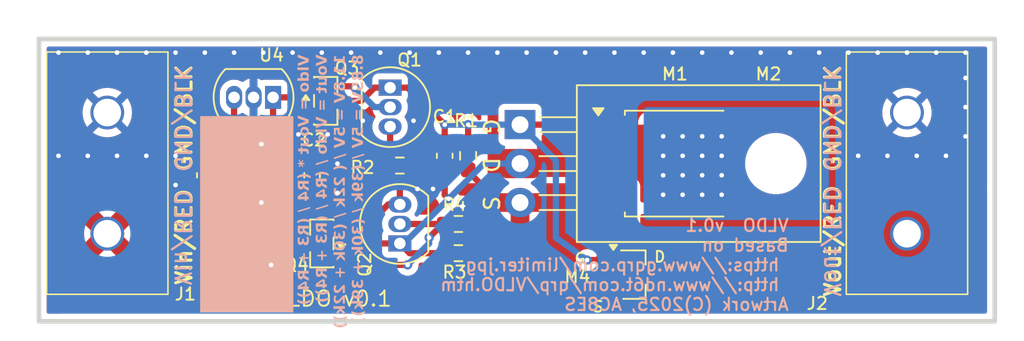
<source format=kicad_pcb>
(kicad_pcb (version 20241229) (generator "pcbnew") (generator_version "9.0")
  (title_block (title "VLDO") (date "2025-11-16") (rev "0.1") (comment 1 "Based on") (comment 2 "  https://www.gqrp.com/limiter.jpg") (comment 3 "  http://www.nd6t.com/qrp/VLDO.htm") (comment 4 "Artwork (C) 2025, AC8ES"))
  (layers (0 "F.Cu" signal) (2 "B.Cu" signal) (13 "F.Paste" user) (15 "B.Paste" user) (5 "F.SilkS" user "F.Silkscreen") (7 "B.SilkS" user "B.Silkscreen") (1 "F.Mask" user) (3 "B.Mask" user) (25 "Edge.Cuts" user))
  (net 0 "")
  (net 1 "Vldo")
  (net 2 "0")
  (net 3 "Vin")
  (net 4 "/Q12E")
  (net 5 "/Q2B")
  (net 7 "/Vout")
  (net 8 "/M1G")
  (footprint "Resistor_SMD:R_0603_1608Metric_Pad0.98x0.95mm_HandSolder" (layer "F.Cu") (at 130.81 76.835)
    (property "Reference" "R2" (at -2.430855 0.127 0) (layer "F.SilkS") (effects (font (size 0.8 0.8) (thickness 0.13))))
    (property "Value" "10k")
    (fp_line (start -0.254724 -0.5225) (end 0.254724 -0.5225) (stroke (width 0.12)) (layer "F.SilkS"))
    (fp_line (start -0.254724 0.5225) (end 0.254724 0.5225) (stroke (width 0.12)) (layer "F.SilkS"))
    (pad "1" smd roundrect (at -0.9125 0) (size 0.975 0.95) (layers "F.Cu" "F.Mask" "F.Paste") (net 4 "/Q12E"))
    (pad "2" smd roundrect (at 0.9125 0) (size 0.975 0.95) (layers "F.Cu" "F.Mask" "F.Paste") (net 2 "0"))
  )
  (footprint "PowerPole:Anderson_Powerpole-25A-V_Dual" (layer "F.Cu") (at 111.76 81.28 90)
    (property "Reference" "J1" (at -3.937 5.08 180) (layer "F.SilkS") (effects (font (size 0.8 0.8) (thickness 0.13))))
    (property "Value" "PP15" (hide yes))
    (fp_line (start 11.85 -3.95) (end -3.95 -3.95) (stroke (width 0.1)) (layer "F.SilkS"))
    (fp_line (start -3.95 -3.95) (end -3.95 3.95) (stroke (width 0.1)) (layer "F.SilkS"))
    (fp_line (start 11.85 3.95) (end 11.85 -3.95) (stroke (width 0.1)) (layer "F.SilkS"))
    (fp_line (start -3.95 3.95) (end 11.85 3.95) (stroke (width 0.1)) (layer "F.SilkS"))
    (pad "1" thru_hole circle (at 0 0 90) (size 2.2 2.2) (drill 1.8) (layers "*.Cu" "*.Mask") (net 3 "Vin"))
    (pad "2" thru_hole circle (at 7.9 0 90) (size 2.2 2.2) (drill 1.8) (layers "*.Cu" "*.Mask") (net 2 "0"))
  )
  (footprint "Package_TO_SOT_THT:TO-220-3_Horizontal_TabDown" (layer "F.Cu") (at 138.634746 74.168 -90)
    (property "Reference" "M2" (at -3.302 -16.178254 180) (layer "F.SilkS") (effects (font (size 0.8 0.8) (thickness 0.13))))
    (property "Value" "IRF4905" (hide yes))
    (fp_line (start -2.57 -3.7) (end 7.65 -3.7) (stroke (width 0.12)) (layer "F.SilkS"))
    (fp_line (start -2.57 -3.7) (end -2.57 -19.57) (stroke (width 0.12)) (layer "F.SilkS"))
    (fp_line (start -0.485 -3.7) (end -0.485 -1.26) (stroke (width 0.12)) (layer "F.SilkS"))
    (fp_line (start 0.485 -3.7) (end 0.485 -1.26) (stroke (width 0.12)) (layer "F.SilkS"))
    (fp_line (start 2.055 -3.7) (end 2.055 -1.26) (stroke (width 0.12)) (layer "F.SilkS"))
    (fp_line (start 3.025 -3.7) (end 3.025 -1.26) (stroke (width 0.12)) (layer "F.SilkS"))
    (fp_line (start 4.595 -3.7) (end 4.595 -1.26) (stroke (width 0.12)) (layer "F.SilkS"))
    (fp_line (start 5.565 -3.7) (end 5.565 -1.26) (stroke (width 0.12)) (layer "F.SilkS"))
    (fp_line (start 7.65 -3.7) (end 7.65 -19.57) (stroke (width 0.12)) (layer "F.SilkS"))
    (fp_line (start -2.57 -19.57) (end 7.65 -19.57) (stroke (width 0.12)) (layer "F.SilkS"))
    (pad "" np_thru_hole circle (at 2.54 -16.66 270) (size 3.5 3.5) (drill 3.5) (layers "*.Cu" "*.Mask"))
    (pad "1" thru_hole rect (at 0 0 270) (size 1.905 2) (drill 1.1) (layers "*.Cu" "*.Mask") (net 8 "/M1G"))
    (pad "2" thru_hole oval (at 2.54 0 270) (size 1.905 2) (drill 1.1) (layers "*.Cu" "*.Mask") (net 7 "/Vout"))
    (pad "3" thru_hole oval (at 5.08 0 270) (size 1.905 2) (drill 1.1) (layers "*.Cu" "*.Mask") (net 3 "Vin"))
  )
  (footprint "ac8es:SOT-23_MOSFET_GSD_Handsoldering" (layer "F.Cu") (at 146.05 83.947)
    (property "Reference" "M4" (at -3.683 0.127 0) (layer "F.SilkS") (effects (font (size 0.8 0.8) (thickness 0.13))))
    (property "Value" "SI2301")
    (fp_line (start -0.04 -1.58) (end -0.84 -1.58) (stroke (width 0.12)) (layer "F.SilkS"))
    (fp_line (start -0.04 -1.58) (end 0.76 -1.58) (stroke (width 0.12)) (layer "F.SilkS"))
    (fp_line (start 0.76 -1.58) (end 0.76 -0.65) (stroke (width 0.12)) (layer "F.SilkS"))
    (fp_line (start 0.76 1.58) (end -0.7 1.58) (stroke (width 0.12)) (layer "F.SilkS"))
    (fp_line (start 0.76 1.58) (end 0.76 0.65) (stroke (width 0.12)) (layer "F.SilkS"))
    (fp_poly (pts (xy -1.34 -1.61) (xy -1.58 -1.94) (xy -1.1 -1.94) (xy -1.34 -1.61)) (stroke (width 0.12)) (fill yes) (layer "F.SilkS"))
    (fp_text user "G" (at -3.937 -0.635 0) (layer "F.SilkS") (effects (font (size 0.7 0.7) (thickness 0.13) (bold yes)) (justify left bottom)))
    (fp_text user "D" (at 1.25 -0.75 0) (layer "F.SilkS") (effects (font (size 0.7 0.7) (thickness 0.13) (bold yes)) (justify left bottom)))
    (fp_text user "S" (at -2.75 2.5 0) (layer "F.SilkS") (effects (font (size 0.7 0.7) (thickness 0.13) (bold yes)) (justify left bottom)))
    (pad "1" smd roundrect (at -1.5 -0.95) (size 1.9 0.8) (layers "F.Cu" "F.Mask" "F.Paste") (net 8 "/M1G"))
    (pad "2" smd roundrect (at -1.5 0.95) (size 1.9 0.8) (layers "F.Cu" "F.Mask" "F.Paste") (net 3 "Vin"))
    (pad "3" smd roundrect (at 1.5 0) (size 1.9 0.8) (layers "F.Cu" "F.Mask" "F.Paste") (net 7 "/Vout"))
  )
  (footprint "Resistor_SMD:R_0603_1608Metric_Pad0.98x0.95mm_HandSolder" (layer "F.Cu") (at 135.255 76.2 90)
    (property "Reference" "R1" (at 2.286 -0.127 180) (layer "F.SilkS") (effects (font (size 0.8 0.8) (thickness 0.13))))
    (property "Value" "100k")
    (fp_line (start -0.254724 -0.5225) (end 0.254724 -0.5225) (stroke (width 0.12)) (layer "F.SilkS"))
    (fp_line (start -0.254724 0.5225) (end 0.254724 0.5225) (stroke (width 0.12)) (layer "F.SilkS"))
    (pad "1" smd roundrect (at -0.9125 0 90) (size 0.975 0.95) (layers "F.Cu" "F.Mask" "F.Paste") (net 3 "Vin"))
    (pad "2" smd roundrect (at 0.9125 0 90) (size 0.975 0.95) (layers "F.Cu" "F.Mask" "F.Paste") (net 8 "/M1G"))
  )
  (footprint "Resistor_SMD:R_0603_1608Metric_Pad0.98x0.95mm_HandSolder" (layer "F.Cu") (at 134.62 80.645)
    (property "Reference" "R4" (at -0.254 -1.270005 0) (layer "F.SilkS") (effects (font (size 0.8 0.8) (thickness 0.13))))
    (property "Value" "22k")
    (fp_line (start -0.254724 -0.5225) (end 0.254724 -0.5225) (stroke (width 0.12)) (layer "F.SilkS"))
    (fp_line (start -0.254724 0.5225) (end 0.254724 0.5225) (stroke (width 0.12)) (layer "F.SilkS"))
    (pad "1" smd roundrect (at -0.9125 0) (size 0.975 0.95) (layers "F.Cu" "F.Mask" "F.Paste") (net 5 "/Q2B"))
    (pad "2" smd roundrect (at 0.9125 0) (size 0.975 0.95) (layers "F.Cu" "F.Mask" "F.Paste") (net 2 "0"))
  )
  (footprint "PowerPole:Anderson_Powerpole-25A-V_Dual" (layer "F.Cu") (at 163.83 81.28 90)
    (property "Reference" "J2" (at -4.546 -5.842 180) (layer "F.SilkS") (effects (font (size 0.8 0.8) (thickness 0.13))))
    (property "Value" "PP15" (hide yes))
    (fp_line (start 11.85 -3.95) (end -3.95 -3.95) (stroke (width 0.1)) (layer "F.SilkS"))
    (fp_line (start -3.95 -3.95) (end -3.95 3.95) (stroke (width 0.1)) (layer "F.SilkS"))
    (fp_line (start 11.85 3.95) (end 11.85 -3.95) (stroke (width 0.1)) (layer "F.SilkS"))
    (fp_line (start -3.95 3.95) (end 11.85 3.95) (stroke (width 0.1)) (layer "F.SilkS"))
    (pad "1" thru_hole circle (at 0 0 90) (size 2.2 2.2) (drill 1.8) (layers "*.Cu" "*.Mask") (net 7 "/Vout"))
    (pad "2" thru_hole circle (at 7.9 0 90) (size 2.2 2.2) (drill 1.8) (layers "*.Cu" "*.Mask") (net 2 "0"))
  )
  (footprint "Package_TO_SOT_SMD:TO-252-3_TabPin2" (layer "F.Cu") (at 148.77202 76.708)
    (property "Reference" "M1" (at -0.05502 -5.842 0) (layer "F.SilkS") (effects (font (size 0.8 0.8) (thickness 0.13))))
    (property "Value" "IRF4905")
    (fp_line (start -3.31 -3.45) (end -3.31 -3.18) (stroke (width 0.12)) (layer "F.SilkS"))
    (fp_line (start -3.31 3.45) (end -3.31 3.18) (stroke (width 0.12)) (layer "F.SilkS"))
    (fp_line (start 3.11 -3.45) (end -3.31 -3.45) (stroke (width 0.12)) (layer "F.SilkS"))
    (fp_line (start 3.11 3.45) (end -3.31 3.45) (stroke (width 0.12)) (layer "F.SilkS"))
    (fp_poly (pts (xy -5.04 -3.14) (xy -5.38 -3.61) (xy -4.7 -3.61)) (stroke (width 0.12)) (fill yes) (layer "F.SilkS"))
    (pad "1" smd roundrect (at -5.04 -2.28) (size 2.2 1.2) (layers "F.Cu" "F.Mask" "F.Paste") (roundrect_rratio 0.208333) (net 8 "/M1G"))
    (pad "2" smd roundrect (at -5.04 0) (size 2.2 1.2) (layers "F.Cu" "F.Mask" "F.Paste") (roundrect_rratio 0.208333) (net 7 "/Vout"))
    (pad "2" smd roundrect (at 1.26 0) (size 6.4 5.8) (layers "F.Cu" "F.Mask") (roundrect_rratio 0.043103) (net 7 "/Vout"))
    (pad "3" smd roundrect (at -5.04 2.28) (size 2.2 1.2) (layers "F.Cu" "F.Mask" "F.Paste") (roundrect_rratio 0.208333) (net 3 "Vin"))
  )
  (footprint "Package_TO_SOT_SMD:SOT-23-5" (layer "F.Cu") (at 121.92 77.47)
    (property "Reference" "U1" (at -2.54 -2.032 0) (layer "F.SilkS") (effects (font (size 0.8 0.8) (thickness 0.13))))
    (property "Value" "TPS7A0508PDBV" (hide yes))
    (fp_line (start -0.91 -1.56) (end 0.91 -1.56) (stroke (width 0.12)) (layer "F.SilkS"))
    (fp_line (start -0.91 -1.51) (end -0.91 -1.56) (stroke (width 0.12)) (layer "F.SilkS"))
    (fp_line (start -0.91 1.56) (end -0.91 1.51) (stroke (width 0.12)) (layer "F.SilkS"))
    (fp_line (start 0.91 -1.56) (end 0.91 -1.51) (stroke (width 0.12)) (layer "F.SilkS"))
    (fp_line (start 0.91 -0.39) (end 0.91 0.39) (stroke (width 0.12)) (layer "F.SilkS"))
    (fp_line (start 0.91 1.51) (end 0.91 1.56) (stroke (width 0.12)) (layer "F.SilkS"))
    (fp_line (start 0.91 1.56) (end -0.91 1.56) (stroke (width 0.12)) (layer "F.SilkS"))
    (fp_poly (pts (xy -1.45 -1.51) (xy -1.69 -1.84) (xy -1.21 -1.84)) (stroke (width 0.12)) (fill yes) (layer "F.SilkS"))
    (pad "1" smd roundrect (at -1.1375 -0.95) (size 1.325 0.6) (layers "F.Cu" "F.Mask" "F.Paste") (net 3 "Vin"))
    (pad "2" smd roundrect (at -1.1375 0) (size 1.325 0.6) (layers "F.Cu" "F.Mask" "F.Paste") (net 2 "0"))
    (pad "3" smd roundrect (at -1.1375 0.95) (size 1.325 0.6) (layers "F.Cu" "F.Mask" "F.Paste") (net 3 "Vin"))
    (pad "4" smd roundrect (at 1.1375 0.95) (size 1.325 0.6) (layers "F.Cu" "F.Mask" "F.Paste"))
    (pad "5" smd roundrect (at 1.1375 -0.95) (size 1.325 0.6) (layers "F.Cu" "F.Mask" "F.Paste") (net 1 "Vldo"))
  )
  (footprint "Capacitor_SMD:C_0603_1608Metric_Pad1.08x0.95mm_HandSolder" (layer "F.Cu") (at 133.731 76.2 90)
    (property "Reference" "C1" (at 2.561905 0 180) (layer "F.SilkS") (effects (font (size 0.8 0.8) (thickness 0.13))))
    (property "Value" "1µ" (hide yes))
    (fp_line (start -0.146267 -0.51) (end 0.146267 -0.51) (stroke (width 0.12)) (layer "F.SilkS"))
    (fp_line (start -0.146267 0.51) (end 0.146267 0.51) (stroke (width 0.12)) (layer "F.SilkS"))
    (pad "1" smd roundrect (at -0.8625 0 90) (size 1.075 0.95) (layers "F.Cu" "F.Mask" "F.Paste") (net 7 "/Vout"))
    (pad "2" smd roundrect (at 0.8625 0 90) (size 1.075 0.95) (layers "F.Cu" "F.Mask" "F.Paste") (net 8 "/M1G"))
  )
  (footprint "Package_TO_SOT_THT:TO-92_Inline" (layer "F.Cu") (at 122.555 72.39 180)
    (property "Reference" "U4" (at 0.1009 2.749615 0) (layer "F.SilkS") (effects (font (size 0.8 0.8) (thickness 0.13))))
    (property "Value" "MC78L05_TO92" (hide yes))
    (fp_line (start -0.53 1.85) (end 3.07 1.85) (stroke (width 0.12)) (layer "F.SilkS"))
    (fp_arc (start 1.27 -2.6) (mid 3.672087 -0.994977) (end 3.108478 1.838478) (stroke (width 0.12)) (layer "F.SilkS"))
    (fp_arc (start -0.568478 1.838478) (mid -1.132087 -0.994977) (end 1.27 -2.6) (stroke (width 0.12)) (layer "F.SilkS"))
    (pad "1" thru_hole rect (at 0 0 180) (size 1.05 1.5) (drill 0.75) (layers "*.Cu" "*.Mask") (net 1 "Vldo"))
    (pad "2" thru_hole oval (at 1.27 0 180) (size 1.05 1.5) (drill 0.75) (layers "*.Cu" "*.Mask") (net 2 "0"))
    (pad "3" thru_hole oval (at 2.54 0 180) (size 1.05 1.5) (drill 0.75) (layers "*.Cu" "*.Mask") (net 3 "Vin"))
  )
  (footprint "Package_TO_SOT_SMD:SOT-23" (layer "F.Cu") (at 121.285 81.28 180)
    (property "Reference" "U3" (at 1.905 -1.379488 0) (layer "F.SilkS") (effects (font (size 0.8 0.8) (thickness 0.13))))
    (property "Value" "MCP1703Ax-500xxTT" (hide yes))
    (fp_line (start 0.76 1.56) (end -0.76 1.56) (stroke (width 0.12)) (layer "F.SilkS"))
    (fp_line (start 0.76 0.56) (end 0.76 1.56) (stroke (width 0.12)) (layer "F.SilkS"))
    (fp_line (start 0.76 -1.56) (end 0.76 -0.56) (stroke (width 0.12)) (layer "F.SilkS"))
    (fp_line (start -0.76 1.56) (end -0.76 1.51) (stroke (width 0.12)) (layer "F.SilkS"))
    (fp_line (start -0.76 0.39) (end -0.76 -0.39) (stroke (width 0.12)) (layer "F.SilkS"))
    (fp_line (start -0.76 -1.51) (end -0.76 -1.56) (stroke (width 0.12)) (layer "F.SilkS"))
    (fp_line (start -0.76 -1.56) (end 0.76 -1.56) (stroke (width 0.12)) (layer "F.SilkS"))
    (fp_poly (pts (xy -1.3 -0.38) (xy -1.06 -0.05) (xy -1.54 -0.05)) (stroke (width 0.12)) (fill yes) (layer "F.SilkS"))
    (pad "1" smd roundrect (at -0.9375 -0.95 180) (size 1.475 0.6) (layers "F.Cu" "F.Mask" "F.Paste") (net 2 "0"))
    (pad "2" smd roundrect (at -0.9375 0.95 180) (size 1.475 0.6) (layers "F.Cu" "F.Mask" "F.Paste") (net 1 "Vldo"))
    (pad "3" smd roundrect (at 0.9375 0 180) (size 1.475 0.6) (layers "F.Cu" "F.Mask" "F.Paste") (net 3 "Vin"))
  )
  (footprint "Package_TO_SOT_SMD:SOT-23" (layer "F.Cu") (at 125.73 81.915 180)
    (property "Reference" "Q4" (at 1.651 -1.37511 0) (layer "F.SilkS") (effects (font (size 0.8 0.8) (thickness 0.13))))
    (property "Value" "MMBT2222A" (hide yes))
    (fp_line (start 0.76 1.56) (end -0.76 1.56) (stroke (width 0.12)) (layer "F.SilkS"))
    (fp_line (start 0.76 0.56) (end 0.76 1.56) (stroke (width 0.12)) (layer "F.SilkS"))
    (fp_line (start 0.76 -1.56) (end 0.76 -0.56) (stroke (width 0.12)) (layer "F.SilkS"))
    (fp_line (start -0.76 1.56) (end -0.76 1.51) (stroke (width 0.12)) (layer "F.SilkS"))
    (fp_line (start -0.76 0.39) (end -0.76 -0.39) (stroke (width 0.12)) (layer "F.SilkS"))
    (fp_line (start -0.76 -1.51) (end -0.76 -1.56) (stroke (width 0.12)) (layer "F.SilkS"))
    (fp_line (start -0.76 -1.56) (end 0.76 -1.56) (stroke (width 0.12)) (layer "F.SilkS"))
    (fp_poly (pts (xy -1.3 -0.38) (xy -1.06 -0.05) (xy -1.54 -0.05)) (stroke (width 0.12)) (fill yes) (layer "F.SilkS"))
    (pad "1" smd roundrect (at -0.9375 -0.95 180) (size 1.475 0.6) (layers "F.Cu" "F.Mask" "F.Paste") (net 5 "/Q2B"))
    (pad "2" smd roundrect (at -0.9375 0.95 180) (size 1.475 0.6) (layers "F.Cu" "F.Mask" "F.Paste") (net 4 "/Q12E"))
    (pad "3" smd roundrect (at 0.9375 0 180) (size 1.475 0.6) (layers "F.Cu" "F.Mask" "F.Paste") (net 7 "/Vout"))
  )
  (footprint "Package_TO_SOT_THT:TO-92_Inline" (layer "F.Cu") (at 130.175 71.755 -90)
    (property "Reference" "Q1" (at -1.799908 -1.27 180) (layer "F.SilkS") (effects (font (size 0.8 0.8) (thickness 0.13))))
    (property "Value" "2N2222" (hide yes))
    (fp_line (start -0.53 1.85) (end 3.07 1.85) (stroke (width 0.12)) (layer "F.SilkS"))
    (fp_arc (start -0.568478 1.838478) (mid -1.132087 -0.994977) (end 1.27 -2.6) (stroke (width 0.12)) (layer "F.SilkS"))
    (fp_arc (start 1.27 -2.6) (mid 3.672087 -0.994977) (end 3.108478 1.838478) (stroke (width 0.12)) (layer "F.SilkS"))
    (pad "1" thru_hole rect (at 0 0 270) (size 1.05 1.5) (drill 0.75) (layers "*.Cu" "*.Mask") (net 8 "/M1G"))
    (pad "2" thru_hole oval (at 1.27 0 270) (size 1.05 1.5) (drill 0.75) (layers "*.Cu" "*.Mask") (net 1 "Vldo"))
    (pad "3" thru_hole oval (at 2.54 0 270) (size 1.05 1.5) (drill 0.75) (layers "*.Cu" "*.Mask") (net 4 "/Q12E"))
  )
  (footprint "Capacitor_SMD:C_0603_1608Metric_Pad1.08x0.95mm_HandSolder" (layer "F.Cu") (at 118.11 77.47 -90)
    (property "Reference" "C3" (at 2.040774 -1.27 0) (layer "F.SilkS") (effects (font (size 0.8 0.8) (thickness 0.13))))
    (property "Value" "0.1µ" (hide yes))
    (fp_line (start -0.146267 0.51) (end 0.146267 0.51) (stroke (width 0.12)) (layer "F.SilkS"))
    (fp_line (start -0.146267 -0.51) (end 0.146267 -0.51) (stroke (width 0.12)) (layer "F.SilkS"))
    (pad "1" smd roundrect (at -0.8625 0 270) (size 1.075 0.95) (layers "F.Cu" "F.Mask" "F.Paste") (net 3 "Vin"))
    (pad "2" smd roundrect (at 0.8625 0 270) (size 1.075 0.95) (layers "F.Cu" "F.Mask" "F.Paste") (net 2 "0"))
  )
  (footprint "Capacitor_SMD:C_0603_1608Metric_Pad1.08x0.95mm_HandSolder" (layer "F.Cu") (at 125.095 77.47 90)
    (property "Reference" "C2" (at 2.299147 0.127 0) (layer "F.SilkS") (effects (font (size 0.8 0.8) (thickness 0.13))))
    (property "Value" "0.1" (hide yes))
    (fp_line (start -0.146267 -0.51) (end 0.146267 -0.51) (stroke (width 0.12)) (layer "F.SilkS"))
    (fp_line (start -0.146267 0.51) (end 0.146267 0.51) (stroke (width 0.12)) (layer "F.SilkS"))
    (pad "1" smd roundrect (at -0.8625 0 90) (size 1.075 0.95) (layers "F.Cu" "F.Mask" "F.Paste") (net 1 "Vldo"))
    (pad "2" smd roundrect (at 0.8625 0 90) (size 1.075 0.95) (layers "F.Cu" "F.Mask" "F.Paste") (net 2 "0"))
  )
  (footprint "Package_TO_SOT_SMD:SOT-23" (layer "F.Cu") (at 125.984 72.617714)
    (property "Reference" "Q3" (at 1.384416 -2.132714 0) (layer "F.SilkS") (effects (font (size 0.8 0.8) (thickness 0.13))))
    (property "Value" "MMBT2222A" (hide yes))
    (fp_line (start -0.76 -1.56) (end 0.76 -1.56) (stroke (width 0.12)) (layer "F.SilkS"))
    (fp_line (start -0.76 -1.51) (end -0.76 -1.56) (stroke (width 0.12)) (layer "F.SilkS"))
    (fp_line (start -0.76 0.39) (end -0.76 -0.39) (stroke (width 0.12)) (layer "F.SilkS"))
    (fp_line (start -0.76 1.56) (end -0.76 1.51) (stroke (width 0.12)) (layer "F.SilkS"))
    (fp_line (start 0.76 -1.56) (end 0.76 -0.56) (stroke (width 0.12)) (layer "F.SilkS"))
    (fp_line (start 0.76 0.56) (end 0.76 1.56) (stroke (width 0.12)) (layer "F.SilkS"))
    (fp_line (start 0.76 1.56) (end -0.76 1.56) (stroke (width 0.12)) (layer "F.SilkS"))
    (fp_poly (pts (xy -1.3 -0.38) (xy -1.06 -0.05) (xy -1.54 -0.05)) (stroke (width 0.12)) (fill yes) (layer "F.SilkS"))
    (pad "1" smd roundrect (at -0.9375 -0.95) (size 1.475 0.6) (layers "F.Cu" "F.Mask" "F.Paste") (net 1 "Vldo"))
    (pad "2" smd roundrect (at -0.9375 0.95) (size 1.475 0.6) (layers "F.Cu" "F.Mask" "F.Paste") (net 4 "/Q12E"))
    (pad "3" smd roundrect (at 0.9375 0) (size 1.475 0.6) (layers "F.Cu" "F.Mask" "F.Paste") (net 8 "/M1G"))
  )
  (footprint "Package_TO_SOT_THT:TO-92_Inline" (layer "F.Cu") (at 130.81 81.915 90)
    (property "Reference" "Q2" (at -1.370742 -2.286 90) (layer "F.SilkS") (effects (font (size 0.8 0.8) (thickness 0.13))))
    (property "Value" "2N2222" (hide yes))
    (fp_line (start -0.53 1.85) (end 3.07 1.85) (stroke (width 0.12)) (layer "F.SilkS"))
    (fp_arc (start 1.27 -2.6) (mid 3.672087 -0.994977) (end 3.108478 1.838478) (stroke (width 0.12)) (layer "F.SilkS"))
    (fp_arc (start -0.568478 1.838478) (mid -1.132087 -0.994977) (end 1.27 -2.6) (stroke (width 0.12)) (layer "F.SilkS"))
    (pad "1" thru_hole rect (at 0 0 90) (size 1.05 1.5) (drill 0.75) (layers "*.Cu" "*.Mask") (net 7 "/Vout"))
    (pad "2" thru_hole oval (at 1.27 0 90) (size 1.05 1.5) (drill 0.75) (layers "*.Cu" "*.Mask") (net 5 "/Q2B"))
    (pad "3" thru_hole oval (at 2.54 0 90) (size 1.05 1.5) (drill 0.75) (layers "*.Cu" "*.Mask") (net 4 "/Q12E"))
  )
  (footprint "Resistor_SMD:R_0603_1608Metric_Pad0.98x0.95mm_HandSolder" (layer "F.Cu") (at 134.62 82.55)
    (property "Reference" "R3" (at -0.2491 1.239615 0) (layer "F.SilkS") (effects (font (size 0.8 0.8) (thickness 0.13))))
    (property "Value" "30k")
    (fp_line (start -0.254724 -0.5225) (end 0.254724 -0.5225) (stroke (width 0.12)) (layer "F.SilkS"))
    (fp_line (start -0.254724 0.5225) (end 0.254724 0.5225) (stroke (width 0.12)) (layer "F.SilkS"))
    (pad "1" smd roundrect (at -0.9125 0) (size 0.975 0.95) (layers "F.Cu" "F.Mask" "F.Paste") (net 7 "/Vout"))
    (pad "2" smd roundrect (at 0.9125 0) (size 0.975 0.95) (layers "F.Cu" "F.Mask" "F.Paste") (net 5 "/Q2B"))
  )
  (gr_rect (start 117.856 73.66) (end 123.825 86.36) (stroke (width 0.1)) (fill yes) (layer "B.SilkS"))
  (gr_rect (start 107.315 68.58) (end 169.545 86.995) (stroke (width 0.3048)) (fill no) (layer "Edge.Cuts"))
  (gr_text "GND/BLK" (at 159.5882 77.343 90) (layer "F.SilkS") (effects (font (size 1 1) (thickness 0.2) (bold yes)) (justify left bottom)))
  (gr_text "Vout/RED" (at 159.5882 85.471 90) (layer "F.SilkS") (effects (font (size 1 1) (thickness 0.2) (bold yes)) (justify left bottom)))
  (gr_text "VLDO v${REVISION}" (at 122.585 86.106 0) (layer "F.SilkS") (effects (font (size 1 1) (thickness 0.125)) (justify left bottom)))
  (gr_text "GND/BLK" (at 117.348 77.323733 90) (layer "F.SilkS") (effects (font (size 1 1) (thickness 0.2) (bold yes)) (justify left bottom)))
  (gr_text "G  D  S" (at 136.144 73.683 270) (layer "F.SilkS") (effects (font (size 1 1)) (justify left bottom)))
  (gr_text "Vin/RED" (at 117.348 84.709 90) (layer "F.SilkS") (effects (font (size 1 1) (thickness 0.2) (bold yes)) (justify left bottom)))
  (gr_text "VLDO  v${REVISION}\nBased on\n https://www.gqrp.com/limiter.jpg\n http://www.nd6t.com/qrp/VLDO.htm\nArtwork (C)2025, AC8ES" (at 156.21 86.36 0) (layer "B.SilkS") (effects (font (size 0.8 0.8) (thickness 0.14) (bold yes)) (justify left bottom mirror)))
  (gr_text "GND/BLK" (at 116.078 77.343 270) (layer "B.SilkS") (effects (font (size 1 1)) (justify left bottom mirror)))
  (gr_text "Vout/RED" (at 158.369 85.471 270) (layer "B.SilkS") (effects (font (size 1 1)) (justify left bottom mirror)))
  (gr_text "Vldo = Vout * (R4 / (R3 + R4))\nVout = Vldo / (R4 / (R3 + R4))\n11.8V = 5V / ( 22k / (30k + 22k))\n8.85V = 5V / (39k / (30k + 39k))" (at 128.524 69.596 90) (layer "B.SilkS") (effects (font (size 0.7 0.7) (thickness 0.14) (bold yes)) (justify left bottom mirror)))
  (gr_text "GND/BLK" (at 158.369 77.343 270) (layer "B.SilkS") (effects (font (size 1 1)) (justify left bottom mirror)))
  (gr_text "Vin/RED" (at 116.078 84.728267 270) (layer "B.SilkS") (effects (font (size 1 1)) (justify left bottom mirror)))
  (segment (start 124.87 78.3325) (end 125.095 78.3325) (width 0.4064) (layer "F.Cu") (net 1))
  (segment (start 123.0575 76.52) (end 124.87 78.3325) (width 0.4064) (layer "F.Cu") (net 1))
  (segment (start 125.0465 71.667714) (end 124.324214 72.39) (width 0.4064) (layer "F.Cu") (net 1))
  (segment (start 122.555 72.39) (end 122.555 76.0175) (width 0.4064) (layer "F.Cu") (net 1))
  (segment (start 127.801714 71.667714) (end 127.889 71.755) (width 0.4064) (layer "F.Cu") (net 1))
  (segment (start 125.0465 71.667714) (end 127.801714 71.667714) (width 0.4064) (layer "F.Cu") (net 1))
  (segment (start 123.0975 80.33) (end 125.095 78.3325) (width 0.4064) (layer "F.Cu") (net 1))
  (segment (start 122.555 76.0175) (end 123.0575 76.52) (width 0.4064) (layer "F.Cu") (net 1))
  (segment (start 124.324214 72.39) (end 122.555 72.39) (width 0.4064) (layer "F.Cu") (net 1))
  (segment (start 122.2225 80.33) (end 123.0975 80.33) (width 0.4064) (layer "F.Cu") (net 1))
  (via (at 127.889 71.755) (size 0.6) (drill 0.3) (layers "F.Cu" "B.Cu") (net 1))
  (segment (start 129.159 73.025) (end 130.175 73.025) (width 0.4064) (layer "B.Cu") (net 1))
  (segment (start 127.889 71.755) (end 129.159 73.025) (width 0.4064) (layer "B.Cu") (net 1))
  (segment (start 121.7984 77.823401) (end 121.444999 77.47) (width 0.3048) (layer "F.Cu") (net 2))
  (segment (start 121.7984 79.2426) (end 121.7984 77.823401) (width 0.3048) (layer "F.Cu") (net 2))
  (segment (start 121.92 76.994999) (end 121.444999 77.47) (width 0.3048) (layer "F.Cu") (net 2))
  (segment (start 135.5325 80.1605) (end 135.5325 80.645) (width 0.4064) (layer "F.Cu") (net 2))
  (segment (start 121.92 75.565) (end 121.92 76.994999) (width 0.3048) (layer "F.Cu") (net 2))
  (segment (start 121.793 79.248) (end 121.7984 79.2426) (width 0.3048) (layer "F.Cu") (net 2))
  (segment (start 122.428 83.312) (end 122.428 82.4355) (width 0.4064) (layer "F.Cu") (net 2))
  (segment (start 134.874 79.502) (end 135.5325 80.1605) (width 0.4064) (layer "F.Cu") (net 2))
  (segment (start 121.444999 77.47) (end 120.7825 77.47) (width 0.3048) (layer "F.Cu") (net 2))
  (segment (start 121.793 75.438) (end 121.92 75.565) (width 0.3048) (layer "F.Cu") (net 2))
  (segment (start 122.428 82.4355) (end 122.2225 82.23) (width 0.4064) (layer "F.Cu") (net 2))
  (via (at 128.397 73.914) (size 0.6) (drill 0.3) (layers "F.Cu" "B.Cu") (net 2))
  (via (at 154.305 69.469) (size 0.6) (drill 0.3) (layers "F.Cu" "B.Cu") (net 2))
  (via (at 110.49 69.469) (size 0.6) (drill 0.3) (layers "F.Cu" "B.Cu") (net 2))
  (via (at 160.02 69.469) (size 0.6) (drill 0.3) (layers "F.Cu" "B.Cu") (net 2))
  (via (at 144.78 69.469) (size 0.6) (drill 0.3) (layers "F.Cu" "B.Cu") (net 2))
  (via (at 126.746 78.613) (size 0.6) (drill 0.3) (layers "F.Cu" "B.Cu") (net 2))
  (via (at 126.111 74.803) (size 0.6) (drill 0.3) (layers "F.Cu" "B.Cu") (net 2))
  (via (at 118.11 69.469) (size 0.6) (drill 0.3) (layers "F.Cu" "B.Cu") (net 2))
  (via (at 135.255 69.469) (size 0.6) (drill 0.3) (layers "F.Cu" "B.Cu") (net 2))
  (via (at 140.97 69.469) (size 0.6) (drill 0.3) (layers "F.Cu" "B.Cu") (net 2))
  (via (at 123.825 69.469) (size 0.6) (drill 0.3) (layers "F.Cu" "B.Cu") (net 2))
  (via (at 167.64 69.469) (size 0.6) (drill 0.3) (layers "F.Cu" "B.Cu") (net 2))
  (via (at 121.92 69.469) (size 0.6) (drill 0.3) (layers "F.Cu" "B.Cu") (net 2))
  (via (at 131.445 69.469) (size 0.6) (drill 0.3) (layers "F.Cu" "B.Cu") (net 2))
  (via (at 131.699 73.914) (size 0.6) (drill 0.3) (layers "F.Cu" "B.Cu") (net 2))
  (via (at 116.205 69.469) (size 0.6) (drill 0.3) (layers "F.Cu" "B.Cu") (net 2))
  (via (at 121.793 79.248) (size 0.6) (drill 0.3) (layers "F.Cu" "B.Cu") (net 2))
  (via (at 124.206 74.803) (size 0.6) (drill 0.3) (layers "F.Cu" "B.Cu") (net 2))
  (via (at 108.585 69.469) (size 0.6) (drill 0.3) (layers "F.Cu" "B.Cu") (net 2))
  (via (at 134.874 79.502) (size 0.6) (drill 0.3) (layers "F.Cu" "B.Cu") (net 2))
  (via (at 165.735 69.469) (size 0.6) (drill 0.3) (layers "F.Cu" "B.Cu") (net 2))
  (via (at 164.465 76.2) (size 0.6) (drill 0.3) (layers "F.Cu" "B.Cu") (net 2))
  (via (at 167.64 71.12) (size 0.6) (drill 0.3) (layers "F.Cu" "B.Cu") (net 2))
  (via (at 148.59 69.469) (size 0.6) (drill 0.3) (layers "F.Cu" "B.Cu") (net 2))
  (via (at 129.54 69.469) (size 0.6) (drill 0.3) (layers "F.Cu" "B.Cu") (net 2))
  (via (at 156.21 69.469) (size 0.6) (drill 0.3) (layers "F.Cu" "B.Cu") (net 2))
  (via (at 152.4 69.469) (size 0.6) (drill 0.3) (layers "F.Cu" "B.Cu") (net 2))
  (via (at 162.56 76.2) (size 0.6) (drill 0.3) (layers "F.Cu" "B.Cu") (net 2))
  (via (at 167.64 74.93) (size 0.6) (drill 0.3) (layers "F.Cu" "B.Cu") (net 2))
  (via (at 160.655 76.2) (size 0.6) (drill 0.3) (layers "F.Cu" "B.Cu") (net 2))
  (via (at 108.585 76.2) (size 0.6) (drill 0.3) (layers "F.Cu" "B.Cu") (net 2))
  (via (at 161.925 69.469) (size 0.6) (drill 0.3) (layers "F.Cu" "B.Cu") (net 2))
  (via (at 166.37 76.2) (size 0.6) (drill 0.3) (layers "F.Cu" "B.Cu") (net 2))
  (via (at 150.495 69.469) (size 0.6) (drill 0.3) (layers "F.Cu" "B.Cu") (net 2))
  (via (at 146.685 69.469) (size 0.6) (drill 0.3) (layers "F.Cu" "B.Cu") (net 2))
  (via (at 132.969 78.359) (size 0.6) (drill 0.3) (layers "F.Cu" "B.Cu") (net 2))
  (via (at 112.395 69.469) (size 0.6) (drill 0.3) (layers "F.Cu" "B.Cu") (net 2))
  (via (at 112.395 76.2) (size 0.6) (drill 0.3) (layers "F.Cu" "B.Cu") (net 2))
  (via (at 121.793 75.438) (size 0.6) (drill 0.3) (layers "F.Cu" "B.Cu") (net 2))
  (via (at 114.3 76.2) (size 0.6) (drill 0.3) (layers "F.Cu" "B.Cu") (net 2))
  (via (at 125.73 69.469) (size 0.6) (drill 0.3) (layers "F.Cu" "B.Cu") (net 2))
  (via (at 120.015 69.469) (size 0.6) (drill 0.3) (layers "F.Cu" "B.Cu") (net 2))
  (via (at 126.746 76.708) (size 0.6) (drill 0.3) (layers "F.Cu" "B.Cu") (net 2))
  (via (at 137.16 69.469) (size 0.6) (drill 0.3) (layers "F.Cu" "B.Cu") (net 2))
  (via (at 133.35 69.469) (size 0.6) (drill 0.3) (layers "F.Cu" "B.Cu") (net 2))
  (via (at 114.3 69.469) (size 0.6) (drill 0.3) (layers "F.Cu" "B.Cu") (net 2))
  (via (at 110.49 76.2) (size 0.6) (drill 0.3) (layers "F.Cu" "B.Cu") (net 2))
  (via (at 127.635 69.469) (size 0.6) (drill 0.3) (layers "F.Cu" "B.Cu") (net 2))
  (via (at 139.065 69.469) (size 0.6) (drill 0.3) (layers "F.Cu" "B.Cu") (net 2))
  (via (at 163.83 69.469) (size 0.6) (drill 0.3) (layers "F.Cu" "B.Cu") (net 2))
  (via (at 167.64 73.025) (size 0.6) (drill 0.3) (layers "F.Cu" "B.Cu") (net 2))
  (via (at 116.205 76.2) (size 0.6) (drill 0.3) (layers "F.Cu" "B.Cu") (net 2))
  (via (at 131.953 78.359) (size 0.6) (drill 0.3) (layers "F.Cu" "B.Cu") (net 2))
  (via (at 116.205 78.105) (size 0.6) (drill 0.3) (layers "F.Cu" "B.Cu") (net 2))
  (via (at 122.428 83.312) (size 0.6) (drill 0.3) (layers "F.Cu" "B.Cu") (net 2))
  (via (at 158.115 69.469) (size 0.6) (drill 0.3) (layers "F.Cu" "B.Cu") (net 2))
  (via (at 142.875 69.469) (size 0.6) (drill 0.3) (layers "F.Cu" "B.Cu") (net 2))
  (segment (start 119.38 80.3125) (end 119.38 78.359) (width 0.4064) (layer "F.Cu") (net 3))
  (segment (start 137.287 79.248) (end 138.634746 79.248) (width 0.4064) (layer "F.Cu") (net 3))
  (segment (start 119.441 78.42) (end 119.38 78.359) (width 0.254) (layer "F.Cu") (net 3))
  (segment (start 120.3475 81.28) (end 120.3475 81.205) (width 0.4064) (layer "F.Cu") (net 3))
  (segment (start 120.015 72.39) (end 120.015 75.7525) (width 0.4064) (layer "F.Cu") (net 3))
  (segment (start 135.255 77.1125) (end 135.255 77.216) (width 0.4064) (layer "F.Cu") (net 3))
  (segment (start 120.7825 78.42) (end 119.441 78.42) (width 0.254) (layer "F.Cu") (net 3))
  (segment (start 120.695 76.6075) (end 120.7825 76.52) (width 0.4064) (layer "F.Cu") (net 3))
  (segment (start 135.255 77.216) (end 137.287 79.248) (width 0.4064) (layer "F.Cu") (net 3))
  (segment (start 119.38 78.359) (end 119.38 76.6075) (width 0.4064) (layer "F.Cu") (net 3))
  (segment (start 118.11 76.6075) (end 119.38 76.6075) (width 0.4064) (layer "F.Cu") (net 3))
  (segment (start 120.015 75.7525) (end 120.7825 76.52) (width 0.4064) (layer "F.Cu") (net 3))
  (segment (start 120.3475 81.28) (end 119.38 80.3125) (width 0.4064) (layer "F.Cu") (net 3))
  (segment (start 119.38 76.6075) (end 120.695 76.6075) (width 0.4064) (layer "F.Cu") (net 3))
  (segment (start 130.175 74.295) (end 130.175 76.5575) (width 0.4064) (layer "F.Cu") (net 4))
  (segment (start 126.630214 73.567714) (end 129.8975 76.835) (width 0.4064) (layer "F.Cu") (net 4))
  (segment (start 130.048 79.375) (end 128.458 80.965) (width 0.4064) (layer "F.Cu") (net 4))
  (segment (start 130.81 79.375) (end 130.048 79.375) (width 0.4064) (layer "F.Cu") (net 4))
  (segment (start 130.81 77.7475) (end 129.8975 76.835) (width 0.4064) (layer "F.Cu") (net 4))
  (segment (start 130.175 76.5575) (end 129.8975 76.835) (width 0.4064) (layer "F.Cu") (net 4))
  (segment (start 130.81 79.375) (end 130.81 77.7475) (width 0.4064) (layer "F.Cu") (net 4))
  (segment (start 125.0465 73.567714) (end 126.630214 73.567714) (width 0.4064) (layer "F.Cu") (net 4))
  (segment (start 128.458 80.965) (end 126.6675 80.965) (width 0.4064) (layer "F.Cu") (net 4))
  (segment (start 135.5325 82.47) (end 133.7075 80.645) (width 0.4064) (layer "F.Cu") (net 5))
  (segment (start 131.318 83.312) (end 127.1145 83.312) (width 0.4064) (layer "F.Cu") (net 5))
  (segment (start 127.1145 83.312) (end 126.6675 82.865) (width 0.4064) (layer "F.Cu") (net 5))
  (segment (start 133.7075 80.645) (end 133.604 80.645) (width 0.4064) (layer "F.Cu") (net 5))
  (segment (start 130.81 80.645) (end 133.7075 80.645) (width 0.4064) (layer "F.Cu") (net 5))
  (segment (start 133.604 80.645) (end 132.715 81.534) (width 0.4064) (layer "F.Cu") (net 5))
  (segment (start 135.5325 82.55) (end 135.5325 82.47) (width 0.4064) (layer "F.Cu") (net 5))
  (via (at 131.318 83.312) (size 0.6) (drill 0.3) (layers "F.Cu" "B.Cu") (net 5))
  (via (at 132.715 81.534) (size 0.6) (drill 0.3) (layers "F.Cu" "B.Cu") (net 5))
  (segment (start 132.715 81.915) (end 131.318 83.312) (width 0.4064) (layer "B.Cu") (net 5))
  (segment (start 132.715 81.534) (end 132.715 81.915) (width 0.4064) (layer "B.Cu") (net 5))
  (segment (start 130.81 81.915) (end 131.445 82.55) (width 0.4064) (layer "F.Cu") (net 7))
  (segment (start 133.731 77.0625) (end 133.731 78.74) (width 0.4064) (layer "F.Cu") (net 7))
  (segment (start 133.731 78.74) (end 133.992544 79.001544) (width 0.4064) (layer "F.Cu") (net 7))
  (segment (start 131.445 82.55) (end 133.7075 82.55) (width 0.4064) (layer "F.Cu") (net 7))
  (segment (start 124.7925 81.915) (end 130.81 81.915) (width 0.4064) (layer "F.Cu") (net 7))
  (via (at 147.955 77.47) (size 0.6) (drill 0.3) (layers "F.Cu" "B.Cu") (net 7))
  (via (at 150.495 76.2) (size 0.6) (drill 0.3) (layers "F.Cu" "B.Cu") (net 7))
  (via (at 147.955 78.74) (size 0.6) (drill 0.3) (layers "F.Cu" "B.Cu") (net 7))
  (via (at 149.225 76.2) (size 0.6) (drill 0.3) (layers "F.Cu" "B.Cu") (net 7))
  (via (at 151.765 78.74) (size 0.6) (drill 0.3) (layers "F.Cu" "B.Cu") (net 7))
  (via (at 147.955 74.93) (size 0.6) (drill 0.3) (layers "F.Cu" "B.Cu") (net 7))
  (via (at 151.765 76.2) (size 0.6) (drill 0.3) (layers "F.Cu" "B.Cu") (net 7))
  (via (at 151.765 77.47) (size 0.6) (drill 0.3) (layers "F.Cu" "B.Cu") (net 7))
  (via (at 149.225 74.93) (size 0.6) (drill 0.3) (layers "F.Cu" "B.Cu") (net 7))
  (via (at 149.225 78.74) (size 0.6) (drill 0.3) (layers "F.Cu" "B.Cu") (net 7))
  (via (at 133.992544 79.001544) (size 0.6) (drill 0.3) (layers "F.Cu" "B.Cu") (net 7))
  (via (at 150.495 74.93) (size 0.6) (drill 0.3) (layers "F.Cu" "B.Cu") (net 7))
  (via (at 149.225 77.47) (size 0.6) (drill 0.3) (layers "F.Cu" "B.Cu") (net 7))
  (via (at 150.495 78.74) (size 0.6) (drill 0.3) (layers "F.Cu" "B.Cu") (net 7))
  (via (at 150.495 77.47) (size 0.6) (drill 0.3) (layers "F.Cu" "B.Cu") (net 7))
  (via (at 147.955 76.2) (size 0.6) (drill 0.3) (layers "F.Cu" "B.Cu") (net 7))
  (via (at 151.765 74.93) (size 0.6) (drill 0.3) (layers "F.Cu" "B.Cu") (net 7))
  (segment (start 130.81 81.915) (end 131.079087 81.915) (width 0.4064) (layer "B.Cu") (net 7))
  (segment (start 136.286087 76.708) (end 138.634746 76.708) (width 0.4064) (layer "B.Cu") (net 7))
  (segment (start 131.079087 81.915) (end 133.992544 79.001544) (width 0.4064) (layer "B.Cu") (net 7))
  (segment (start 133.992544 79.001544) (end 136.286087 76.708) (width 0.4064) (layer "B.Cu") (net 7))
  (segment (start 130.175 71.755) (end 131.318 71.755) (width 0.4064) (layer "F.Cu") (net 8))
  (segment (start 129.159 71.755) (end 130.175 71.755) (width 0.4064) (layer "F.Cu") (net 8))
  (segment (start 138.634746 74.168) (end 143.47202 74.168) (width 0.4064) (layer "F.Cu") (net 8))
  (segment (start 128.296286 72.617714) (end 129.159 71.755) (width 0.4064) (layer "F.Cu") (net 8))
  (segment (start 143.47202 74.168) (end 143.73202 74.428) (width 0.4064) (layer "F.Cu") (net 8))
  (segment (start 133.985 75.3375) (end 133.731 75.3375) (width 0.4064) (layer "F.Cu") (net 8))
  (segment (start 135.255 75.2875) (end 135.255 74.168) (width 0.4064) (layer "F.Cu") (net 8))
  (segment (start 126.9215 72.617714) (end 128.296286 72.617714) (width 0.4064) (layer "F.Cu") (net 8))
  (segment (start 143.002 82.997) (end 144.55 82.997) (width 0.4064) (layer "F.Cu") (net 8))
  (segment (start 131.318 71.755) (end 133.731 74.168) (width 0.4064) (layer "F.Cu") (net 8))
  (segment (start 133.731 74.168) (end 133.731 75.3375) (width 0.4064) (layer "F.Cu") (net 8))
  (segment (start 134.035 75.2875) (end 133.985 75.3375) (width 0.4064) (layer "F.Cu") (net 8))
  (segment (start 144.423 82.87) (end 144.55 82.997) (width 0.4064) (layer "F.Cu") (net 8))
  (via (at 143.002 82.997) (size 0.6) (drill 0.3) (layers "F.Cu" "B.Cu") (net 8))
  (via (at 135.255 74.168) (size 0.6) (drill 0.3) (layers "F.Cu" "B.Cu") (net 8))
  (via (at 133.731 74.168) (size 0.6) (drill 0.3) (layers "F.Cu" "B.Cu") (net 8))
  (segment (start 138.634746 74.168) (end 135.255 74.168) (width 0.4064) (layer "B.Cu") (net 8))
  (segment (start 143.002 82.997) (end 140.97 81.534) (width 0.4064) (layer "B.Cu") (net 8))
  (segment (start 140.97 76.503254) (end 138.634746 74.168) (width 0.4064) (layer "B.Cu") (net 8))
  (segment (start 140.97 81.534) (end 140.97 76.503254) (width 0.4064) (layer "B.Cu") (net 8))
  (segment (start 135.255 74.168) (end 133.731 74.168) (width 0.4064) (layer "B.Cu") (net 8))
  (zone (net 3) (net_name "Vin") (layer "F.Cu") (priority 5) (connect_pads (clearance 0.4064)) (min_thickness 0.3048) (fill yes (thermal_gap 0.508) (thermal_bridge_width 1.2192) (smoothing chamfer) (radius 0.1524))
    (polygon (pts (xy 109.22 78.105) (xy 114.3 78.105) (xy 116.332 80.137) (xy 132.588 80.137) (xy 134.734 77.991) (xy 146.05 77.991) (xy 146.05 85.09) (xy 144.78 86.36) (xy 109.22 86.36)))
  )
  (zone (net 7) (net_name "/Vout") (layer "F.Cu") (name "Vout") (priority 2) (connect_pads (clearance 0.4064)) (min_thickness 0.3048) (fill yes (thermal_gap 0.508) (thermal_bridge_width 5.08) (smoothing chamfer) (radius 0.1524))
    (polygon (pts (xy 136.525 69.977) (xy 157.353 69.977) (xy 159.766 71.501) (xy 159.766 77.47) (xy 160.655 78.486) (xy 170.18 78.486) (xy 170.18 86.36) (xy 146.05 86.36) (xy 146.05 77.851) (xy 136.525 77.851) (xy 136.525 76.708)))
  )
  (zone (net 2) (net_name "0") (layers "F.Cu" "B.Cu") (name "GND") (connect_pads (clearance 0.4064)) (min_thickness 0.254) (fill yes (thermal_gap 0.508) (thermal_bridge_width 0.508) (smoothing chamfer) (radius 0.1524))
    (polygon (pts (xy 104.775 66.04) (xy 171.45 66.04) (xy 171.45 88.265) (xy 104.775 88.265)))
  )
  (zone (net 7) (net_name "/Vout") (layer "B.Cu") (name "Vout") (priority 7) (connect_pads (clearance 0.4064)) (min_thickness 0.3048) (fill yes (thermal_gap 0.508) (thermal_bridge_width 0.6096) (smoothing chamfer) (radius 0.1524))
    (polygon (pts (xy 158.75 73.025) (xy 158.75 80.391) (xy 146.685 80.391) (xy 146.685 73.025)))
  )
)
</source>
